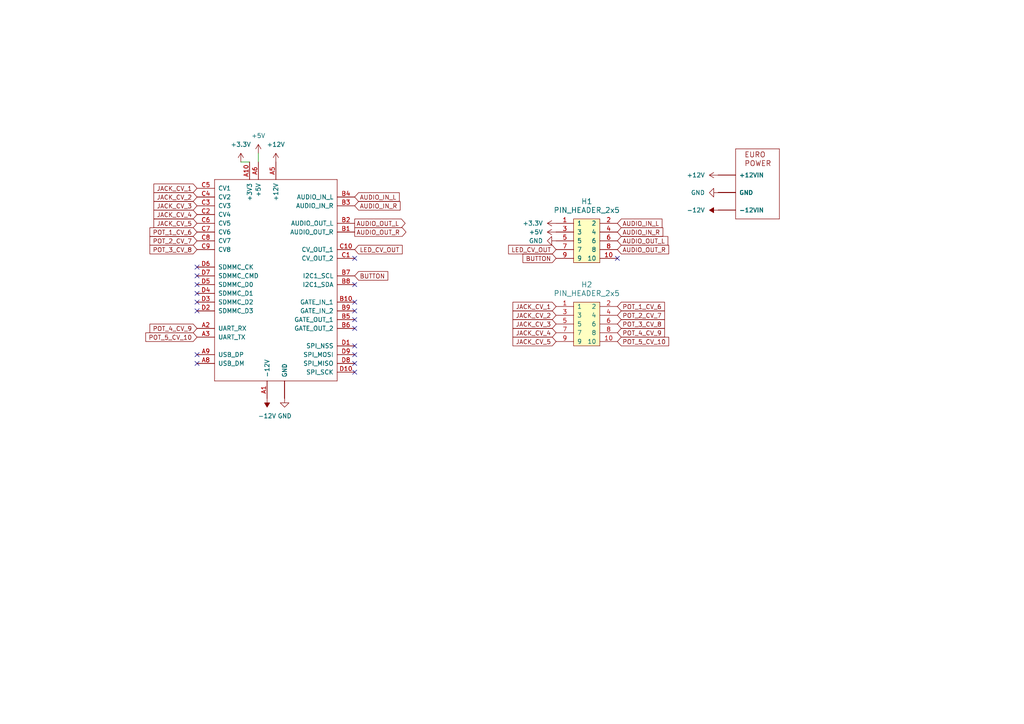
<source format=kicad_sch>
(kicad_sch (version 20230121) (generator eeschema)
  (paper "A4")
  (lib_symbols
    (symbol "ES_Daisy_Patch_SM_FB_Rev1-eagle-import:ES_DAISY_PATCH_SM_REV1" (pin_names (offset 1.016))
      (symbol "ES_DAISY_PATCH_SM_REV1_1_0"
        (polyline (pts (xy -17.78 -30.48) (xy 17.78 -30.48)))
        (polyline (pts (xy -17.78 27.94) (xy -17.78 -30.48)))
        (polyline (pts (xy 17.78 -30.48) (xy 17.78 27.94)))
        (polyline (pts (xy 17.78 27.94) (xy -17.78 27.94)))
        (pin bidirectional line (at -2.54 -35.56 90) (length 5.08) (name "-12V") (number "A1"))
        (pin bidirectional line (at -7.62 33.02 270) (length 5.08) (name "+3V3") (number "A10"))
        (pin bidirectional line (at -22.86 -15.24 0) (length 5.08) (name "UART_RX") (number "A2"))
        (pin bidirectional line (at -22.86 -17.78 0) (length 5.08) (name "UART_TX") (number "A3"))
        (pin bidirectional line (at 2.54 -35.56 90) (length 5.08) (name "GND") (number "A4"))
        (pin bidirectional line (at 0 33.02 270) (length 5.08) (name "+12V") (number "A5"))
        (pin bidirectional line (at -5.08 33.02 270) (length 5.08) (name "+5V") (number "A6"))
        (pin bidirectional line (at 2.54 -35.56 90) (length 5.08) (name "GND") (number "A7"))
        (pin bidirectional line (at -22.86 -25.4 0) (length 5.08) (name "USB_DM") (number "A8"))
        (pin bidirectional line (at -22.86 -22.86 0) (length 5.08) (name "USB_DP") (number "A9"))
        (pin bidirectional line (at 22.86 12.7 180) (length 5.08) (name "AUDIO_OUT_R") (number "B1"))
        (pin bidirectional line (at 22.86 -7.62 180) (length 5.08) (name "GATE_IN_1") (number "B10"))
        (pin bidirectional line (at 22.86 15.24 180) (length 5.08) (name "AUDIO_OUT_L") (number "B2"))
        (pin bidirectional line (at 22.86 20.32 180) (length 5.08) (name "AUDIO_IN_R") (number "B3"))
        (pin bidirectional line (at 22.86 22.86 180) (length 5.08) (name "AUDIO_IN_L") (number "B4"))
        (pin bidirectional line (at 22.86 -12.7 180) (length 5.08) (name "GATE_OUT_1") (number "B5"))
        (pin bidirectional line (at 22.86 -15.24 180) (length 5.08) (name "GATE_OUT_2") (number "B6"))
        (pin bidirectional line (at 22.86 0 180) (length 5.08) (name "I2C1_SCL") (number "B7"))
        (pin bidirectional line (at 22.86 -2.54 180) (length 5.08) (name "I2C1_SDA") (number "B8"))
        (pin bidirectional line (at 22.86 -10.16 180) (length 5.08) (name "GATE_IN_2") (number "B9"))
        (pin bidirectional line (at 22.86 5.08 180) (length 5.08) (name "CV_OUT_2") (number "C1"))
        (pin bidirectional line (at 22.86 7.62 180) (length 5.08) (name "CV_OUT_1") (number "C10"))
        (pin bidirectional line (at -22.86 17.78 0) (length 5.08) (name "CV4") (number "C2"))
        (pin bidirectional line (at -22.86 20.32 0) (length 5.08) (name "CV3") (number "C3"))
        (pin bidirectional line (at -22.86 22.86 0) (length 5.08) (name "CV2") (number "C4"))
        (pin bidirectional line (at -22.86 25.4 0) (length 5.08) (name "CV1") (number "C5"))
        (pin bidirectional line (at -22.86 15.24 0) (length 5.08) (name "CV5") (number "C6"))
        (pin bidirectional line (at -22.86 12.7 0) (length 5.08) (name "CV6") (number "C7"))
        (pin bidirectional line (at -22.86 10.16 0) (length 5.08) (name "CV7") (number "C8"))
        (pin bidirectional line (at -22.86 7.62 0) (length 5.08) (name "CV8") (number "C9"))
        (pin bidirectional line (at 22.86 -20.32 180) (length 5.08) (name "SPI_NSS") (number "D1"))
        (pin bidirectional line (at 22.86 -27.94 180) (length 5.08) (name "SPI_SCK") (number "D10"))
        (pin bidirectional line (at -22.86 -10.16 0) (length 5.08) (name "SDMMC_D3") (number "D2"))
        (pin bidirectional line (at -22.86 -7.62 0) (length 5.08) (name "SDMMC_D2") (number "D3"))
        (pin bidirectional line (at -22.86 -5.08 0) (length 5.08) (name "SDMMC_D1") (number "D4"))
        (pin bidirectional line (at -22.86 -2.54 0) (length 5.08) (name "SDMMC_D0") (number "D5"))
        (pin bidirectional line (at -22.86 2.54 0) (length 5.08) (name "SDMMC_CK") (number "D6"))
        (pin bidirectional line (at -22.86 0 0) (length 5.08) (name "SDMMC_CMD") (number "D7"))
        (pin bidirectional line (at 22.86 -25.4 180) (length 5.08) (name "SPI_MISO") (number "D8"))
        (pin bidirectional line (at 22.86 -22.86 180) (length 5.08) (name "SPI_MOSI") (number "D9"))
      )
    )
    (symbol "ES_Daisy_Patch_SM_FB_Rev1-eagle-import:EURORACK_POWERSHROUD" (pin_names (offset 1.016))
      (symbol "EURORACK_POWERSHROUD_1_0"
        (polyline (pts (xy -5.08 -10.16) (xy 7.62 -10.16)))
        (polyline (pts (xy -5.08 10.16) (xy -5.08 -10.16)))
        (polyline (pts (xy 7.62 -10.16) (xy 7.62 10.16)))
        (polyline (pts (xy 7.62 10.16) (xy -5.08 10.16)))
        (text "EURO" (at -2.54 7.62 0) (effects (font (size 1.4986 1.4986)) (justify left bottom)))
        (text "POWER" (at -2.54 5.08 0) (effects (font (size 1.4986 1.4986)) (justify left bottom)))
        (pin bidirectional line (at -10.16 2.54 0) (length 5.08) (name "+12VIN") (number "+12V0"))
        (pin bidirectional line (at -10.16 2.54 0) (length 5.08) (name "+12VIN") (number "+12V1"))
        (pin bidirectional line (at -10.16 -7.62 0) (length 5.08) (name "-12VIN") (number "-12V0"))
        (pin bidirectional line (at -10.16 -7.62 0) (length 5.08) (name "-12VIN") (number "-12V1"))
        (pin bidirectional line (at -10.16 -2.54 0) (length 5.08) (name "GND") (number "GND0"))
        (pin bidirectional line (at -10.16 -2.54 0) (length 5.08) (name "GND") (number "GND1"))
        (pin bidirectional line (at -10.16 -2.54 0) (length 5.08) (name "GND") (number "GND2"))
        (pin bidirectional line (at -10.16 -2.54 0) (length 5.08) (name "GND") (number "GND3"))
        (pin bidirectional line (at -10.16 -2.54 0) (length 5.08) (name "GND") (number "GND4"))
        (pin bidirectional line (at -10.16 -2.54 0) (length 5.08) (name "GND") (number "GND5"))
      )
    )
    (symbol "eurocad:PIN_HEADER_2x5" (pin_names (offset 1.016))
      (property "Reference" "H" (at 0 -7.62 0))
      (property "Value" "PIN_HEADER_2x5" (at 0 7.62 0))
      (symbol "PIN_HEADER_2x5_0_1"
        (rectangle (start -3.81 6.35) (end 3.81 -6.35) (fill (type background)))
      )
      (symbol "PIN_HEADER_2x5_1_1"
        (pin bidirectional line (at -8.89 5.08 0) (length 5.08) (name "1") (number "1"))
        (pin bidirectional line (at 8.89 -5.08 180) (length 5.08) (name "10") (number "10"))
        (pin bidirectional line (at 8.89 5.08 180) (length 5.08) (name "2") (number "2"))
        (pin bidirectional line (at -8.89 2.54 0) (length 5.08) (name "3") (number "3"))
        (pin bidirectional line (at 8.89 2.54 180) (length 5.08) (name "4") (number "4"))
        (pin bidirectional line (at -8.89 0 0) (length 5.08) (name "5") (number "5"))
        (pin bidirectional line (at 8.89 0 180) (length 5.08) (name "6") (number "6"))
        (pin bidirectional line (at -8.89 -2.54 0) (length 5.08) (name "7") (number "7"))
        (pin bidirectional line (at 8.89 -2.54 180) (length 5.08) (name "8") (number "8"))
        (pin bidirectional line (at -8.89 -5.08 0) (length 5.08) (name "9") (number "9"))
      )
    )
    (symbol "power:+12V" (power) (pin_names (offset 0))
      (property "Value" "+12V" (at 0 3.556 0))
      (symbol "+12V_0_1"
        (polyline (pts (xy -0.762 1.27) (xy 0 2.54)))
        (polyline (pts (xy 0 0) (xy 0 2.54)))
        (polyline (pts (xy 0 2.54) (xy 0.762 1.27)))
      )
      (symbol "+12V_1_1"
        (pin power_in line (at 0 0 90) (length 0) hide (name "+12V") (number "1"))
      )
    )
    (symbol "power:+3.3V" (power) (pin_names (offset 0))
      (property "Value" "+3.3V" (at 0 3.556 0))
      (symbol "+3.3V_0_1"
        (polyline (pts (xy -0.762 1.27) (xy 0 2.54)))
        (polyline (pts (xy 0 0) (xy 0 2.54)))
        (polyline (pts (xy 0 2.54) (xy 0.762 1.27)))
      )
      (symbol "+3.3V_1_1"
        (pin power_in line (at 0 0 90) (length 0) hide (name "+3.3V") (number "1"))
      )
    )
    (symbol "power:+5V" (power) (pin_names (offset 0))
      (property "Value" "+5V" (at 0 3.556 0))
      (symbol "+5V_0_1"
        (polyline (pts (xy -0.762 1.27) (xy 0 2.54)))
        (polyline (pts (xy 0 0) (xy 0 2.54)))
        (polyline (pts (xy 0 2.54) (xy 0.762 1.27)))
      )
      (symbol "+5V_1_1"
        (pin power_in line (at 0 0 90) (length 0) hide (name "+5V") (number "1"))
      )
    )
    (symbol "power:-12V" (power) (pin_names (offset 0))
      (property "Value" "-12V" (at 0 3.81 0))
      (symbol "-12V_0_0"
        (pin power_in line (at 0 0 90) (length 0) hide (name "-12V") (number "1"))
      )
      (symbol "-12V_0_1"
        (polyline (pts (xy 0 0) (xy 0 1.27) (xy 0.762 1.27) (xy 0 2.54) (xy -0.762 1.27) (xy 0 1.27)) (fill (type outline)))
      )
    )
    (symbol "power:GND" (power) (pin_names (offset 0))
      (property "Value" "GND" (at 0 -3.81 0))
      (symbol "GND_0_1"
        (polyline (pts (xy 0 0) (xy 0 -1.27) (xy 1.27 -1.27) (xy 0 -2.54) (xy -1.27 -1.27) (xy 0 -1.27)))
      )
      (symbol "GND_1_1"
        (pin power_in line (at 0 0 270) (length 0) hide (name "GND") (number "1"))
      )
    )
  )
  (no_connect (at 57.15 77.47))
  (no_connect (at 102.87 105.41))
  (no_connect (at 102.87 95.25))
  (no_connect (at 102.87 90.17))
  (no_connect (at 57.15 82.55))
  (no_connect (at 57.15 85.09))
  (no_connect (at 102.87 82.55))
  (no_connect (at 179.07 74.93))
  (no_connect (at 102.87 74.93))
  (no_connect (at 102.87 92.71))
  (no_connect (at 57.15 102.87))
  (no_connect (at 102.87 100.33))
  (no_connect (at 102.87 107.95))
  (no_connect (at 102.87 102.87))
  (no_connect (at 57.15 90.17))
  (no_connect (at 57.15 105.41))
  (no_connect (at 57.15 80.01))
  (no_connect (at 102.87 87.63))
  (no_connect (at 57.15 87.63))
  (wire (pts (xy 69.85 46.99) (xy 72.39 46.99)))
  (wire (pts (xy 74.93 44.45) (xy 74.93 46.99)))
  (global_label "LED_CV_OUT" (shape input) (at 102.87 72.39 0) (property "Intersheetrefs" "${INTERSHEET_REFS}" (effects hide)))
  (global_label "AUDIO_OUT_L" (shape input) (at 179.07 69.85 0) (property "Intersheetrefs" "${INTERSHEET_REFS}" (effects hide)))
  (global_label "JACK_CV_2" (shape input) (at 57.15 57.15 180) (property "Intersheetrefs" "${INTERSHEET_REFS}" (effects hide)))
  (global_label "JACK_CV_4" (shape input) (at 57.15 62.23 180) (property "Intersheetrefs" "${INTERSHEET_REFS}" (effects hide)))
  (global_label "POT_1_CV_6" (shape input) (at 179.07 88.9 0) (property "Intersheetrefs" "${INTERSHEET_REFS}" (effects hide)))
  (global_label "JACK_CV_3" (shape input) (at 57.15 59.69 180) (property "Intersheetrefs" "${INTERSHEET_REFS}" (effects hide)))
  (global_label "POT_5_CV_10" (shape input) (at 179.07 99.06 0) (property "Intersheetrefs" "${INTERSHEET_REFS}" (effects hide)))
  (global_label "BUTTON" (shape input) (at 161.29 74.93 180) (property "Intersheetrefs" "${INTERSHEET_REFS}" (effects hide)))
  (global_label "POT_4_CV_9" (shape input) (at 179.07 96.52 0) (property "Intersheetrefs" "${INTERSHEET_REFS}" (effects hide)))
  (global_label "POT_2_CV_7" (shape input) (at 57.15 69.85 180) (property "Intersheetrefs" "${INTERSHEET_REFS}" (effects hide)))
  (global_label "BUTTON" (shape input) (at 102.87 80.01 0) (property "Intersheetrefs" "${INTERSHEET_REFS}" (effects hide)))
  (global_label "AUDIO_OUT_L" (shape output) (at 102.87 64.77 0) (property "Intersheetrefs" "${INTERSHEET_REFS}" (effects hide)))
  (global_label "AUDIO_IN_L" (shape input) (at 179.07 64.77 0) (property "Intersheetrefs" "${INTERSHEET_REFS}" (effects hide)))
  (global_label "AUDIO_IN_R" (shape input) (at 179.07 67.31 0) (property "Intersheetrefs" "${INTERSHEET_REFS}" (effects hide)))
  (global_label "POT_3_CV_8" (shape input) (at 179.07 93.98 0) (property "Intersheetrefs" "${INTERSHEET_REFS}" (effects hide)))
  (global_label "POT_4_CV_9" (shape input) (at 57.15 95.25 180) (property "Intersheetrefs" "${INTERSHEET_REFS}" (effects hide)))
  (global_label "POT_3_CV_8" (shape input) (at 57.15 72.39 180) (property "Intersheetrefs" "${INTERSHEET_REFS}" (effects hide)))
  (global_label "AUDIO_IN_L" (shape input) (at 102.87 57.15 0) (property "Intersheetrefs" "${INTERSHEET_REFS}" (effects hide)))
  (global_label "JACK_CV_5" (shape input) (at 57.15 64.77 180) (property "Intersheetrefs" "${INTERSHEET_REFS}" (effects hide)))
  (global_label "POT_5_CV_10" (shape input) (at 57.15 97.79 180) (property "Intersheetrefs" "${INTERSHEET_REFS}" (effects hide)))
  (global_label "JACK_CV_3" (shape input) (at 161.29 93.98 180) (property "Intersheetrefs" "${INTERSHEET_REFS}" (effects hide)))
  (global_label "POT_1_CV_6" (shape input) (at 57.15 67.31 180) (property "Intersheetrefs" "${INTERSHEET_REFS}" (effects hide)))
  (global_label "JACK_CV_5" (shape input) (at 161.29 99.06 180) (property "Intersheetrefs" "${INTERSHEET_REFS}" (effects hide)))
  (global_label "JACK_CV_1" (shape input) (at 57.15 54.61 180) (property "Intersheetrefs" "${INTERSHEET_REFS}" (effects hide)))
  (global_label "JACK_CV_4" (shape input) (at 161.29 96.52 180) (property "Intersheetrefs" "${INTERSHEET_REFS}" (effects hide)))
  (global_label "AUDIO_OUT_R" (shape output) (at 102.87 67.31 0) (property "Intersheetrefs" "${INTERSHEET_REFS}" (effects hide)))
  (global_label "JACK_CV_1" (shape input) (at 161.29 88.9 180) (property "Intersheetrefs" "${INTERSHEET_REFS}" (effects hide)))
  (global_label "POT_2_CV_7" (shape input) (at 179.07 91.44 0) (property "Intersheetrefs" "${INTERSHEET_REFS}" (effects hide)))
  (global_label "JACK_CV_2" (shape input) (at 161.29 91.44 180) (property "Intersheetrefs" "${INTERSHEET_REFS}" (effects hide)))
  (global_label "AUDIO_IN_R" (shape input) (at 102.87 59.69 0) (property "Intersheetrefs" "${INTERSHEET_REFS}" (effects hide)))
  (global_label "AUDIO_OUT_R" (shape input) (at 179.07 72.39 0) (property "Intersheetrefs" "${INTERSHEET_REFS}" (effects hide)))
  (global_label "LED_CV_OUT" (shape input) (at 161.29 72.39 180) (property "Intersheetrefs" "${INTERSHEET_REFS}" (effects hide)))
  (symbol (lib_id "ES_Daisy_Patch_SM_FB_Rev1-eagle-import:EURORACK_POWERSHROUD") (at 218.44 53.34 0) (unit 1)
    (property "Reference" "PWR1" (effects hide))
    (property "Value" "EURORACK_POWERSHROUD" (effects hide))
    (property "Footprint" "ES_Daisy_Patch_SM_FB_Rev1:EURORACK_POWER_SHROUD_LOCK" (effects hide))
  )
  (symbol (lib_id "power:+5V") (at 161.29 67.31 90) (unit 1)
    (property "Reference" "#PWR020" (effects hide))
    (property "Value" "+5V" (at 157.48 67.31 90) (effects (justify left)))
  )
  (symbol (lib_id "power:+12V") (at 208.28 50.8 90) (unit 1)
    (property "Reference" "#PWR06" (effects hide))
    (property "Value" "+12V" (at 204.47 50.8 90) (effects (justify left)))
  )
  (symbol (lib_id "power:GND") (at 161.29 69.85 270) (unit 1)
    (property "Reference" "#PWR021" (effects hide))
    (property "Value" "GND" (at 157.48 69.85 90) (effects (justify right)))
  )
  (symbol (lib_id "eurocad:PIN_HEADER_2x5") (at 170.18 69.85 0) (unit 1)
    (property "Reference" "H1" (at 170.18 58.42 0) (effects (font (size 1.524 1.524))))
    (property "Value" "PIN_HEADER_2x5" (at 170.18 60.96 0) (effects (font (size 1.524 1.524))))
    (property "Footprint" "PCM_4ms_Connector:Pins_2x05_2.54mm_TH" (effects hide))
  )
  (symbol (lib_id "eurocad:PIN_HEADER_2x5") (at 170.18 93.98 0) (unit 1)
    (property "Reference" "H2" (at 170.18 82.55 0) (effects (font (size 1.524 1.524))))
    (property "Value" "PIN_HEADER_2x5" (at 170.18 85.09 0) (effects (font (size 1.524 1.524))))
    (property "Footprint" "PCM_4ms_Connector:Pins_2x05_2.54mm_TH" (effects hide))
  )
  (symbol (lib_id "power:+3.3V") (at 161.29 64.77 90) (unit 1)
    (property "Reference" "#PWR019" (effects hide))
    (property "Value" "+3.3V" (at 157.48 64.77 90) (effects (justify left)))
  )
  (symbol (lib_id "power:-12V") (at 208.28 60.96 90) (unit 1)
    (property "Reference" "#PWR07" (effects hide))
    (property "Value" "-12V" (at 204.47 60.96 90) (effects (justify left)))
  )
  (symbol (lib_id "power:+3.3V") (at 69.85 46.99 0) (unit 1)
    (property "Reference" "#PWR01" (effects hide))
    (property "Value" "+3.3V" (at 69.85 41.91 0))
  )
  (symbol (lib_id "power:GND") (at 82.55 115.57 0) (unit 1)
    (property "Reference" "#PWR05" (effects hide))
    (property "Value" "GND" (at 82.55 120.65 0))
  )
  (symbol (lib_id "power:-12V") (at 77.47 115.57 180) (unit 1)
    (property "Reference" "#PWR03" (effects hide))
    (property "Value" "-12V" (at 77.47 120.65 0))
  )
  (symbol (lib_id "power:+12V") (at 80.01 46.99 0) (unit 1)
    (property "Reference" "#PWR04" (effects hide))
    (property "Value" "+12V" (at 80.01 41.91 0))
  )
  (symbol (lib_id "ES_Daisy_Patch_SM_FB_Rev1-eagle-import:ES_DAISY_PATCH_SM_REV1") (at 80.01 80.01 0) (unit 1)
    (property "Reference" "MCU1" (effects hide))
    (property "Value" "ES_DAISY_PATCH_SM_REV1" (effects hide))
    (property "Footprint" "ES_Daisy_Patch_SM_FB_Rev1:ES_DAISY_PATCH_SM_REV1" (effects hide))
  )
  (symbol (lib_id "power:+5V") (at 74.93 44.45 0) (unit 1)
    (property "Reference" "#PWR02" (effects hide))
    (property "Value" "+5V" (at 74.93 39.37 0))
  )
  (symbol (lib_id "power:GND") (at 208.28 55.88 270) (unit 1)
    (property "Reference" "#PWR08" (effects hide))
    (property "Value" "GND" (at 204.47 55.88 90) (effects (justify right)))
  )
)
</source>
